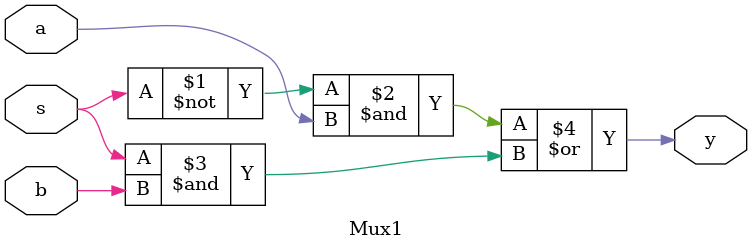
<source format=v>

module Mux1(y,s,a,b);
input a,b,s;
output y;
assign y = ((~s)&a) | (s&b);
endmodule

</source>
